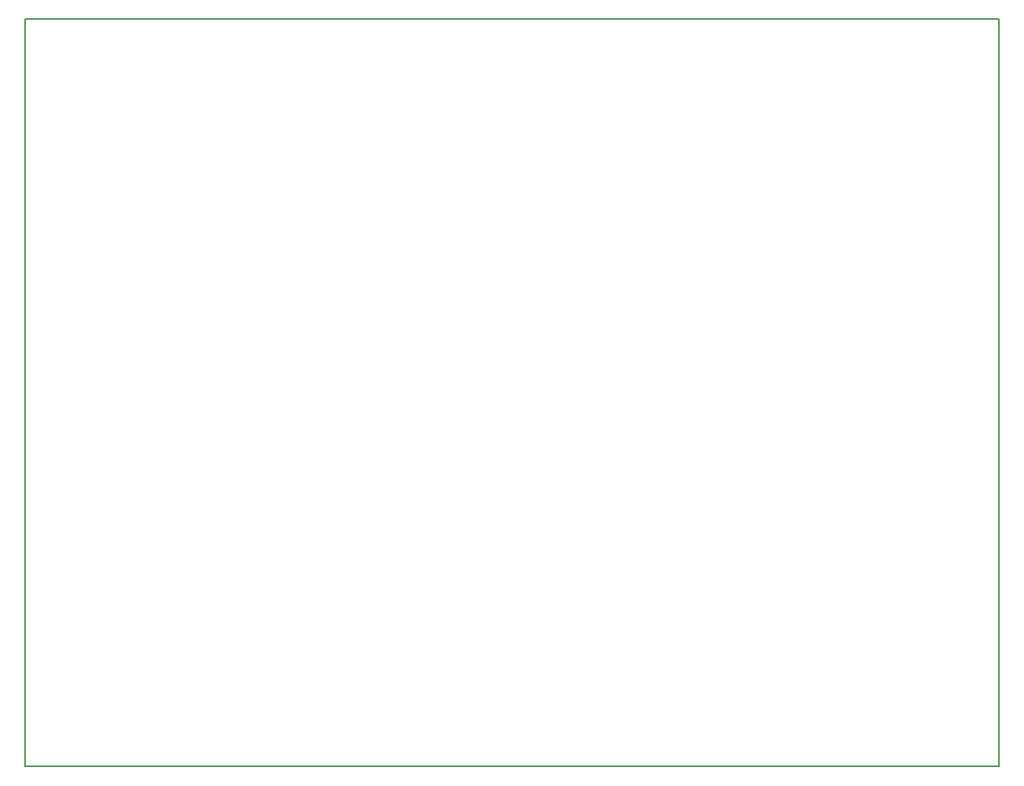
<source format=gm1>
G04 MADE WITH FRITZING*
G04 WWW.FRITZING.ORG*
G04 DOUBLE SIDED*
G04 HOLES PLATED*
G04 CONTOUR ON CENTER OF CONTOUR VECTOR*
%ASAXBY*%
%FSLAX23Y23*%
%MOIN*%
%OFA0B0*%
%SFA1.0B1.0*%
%ADD10R,4.279540X3.287400*%
%ADD11C,0.008000*%
%ADD10C,0.008*%
%LNCONTOUR*%
G90*
G70*
G54D10*
G54D11*
X4Y3283D02*
X4276Y3283D01*
X4276Y4D01*
X4Y4D01*
X4Y3283D01*
D02*
G04 End of contour*
M02*
</source>
